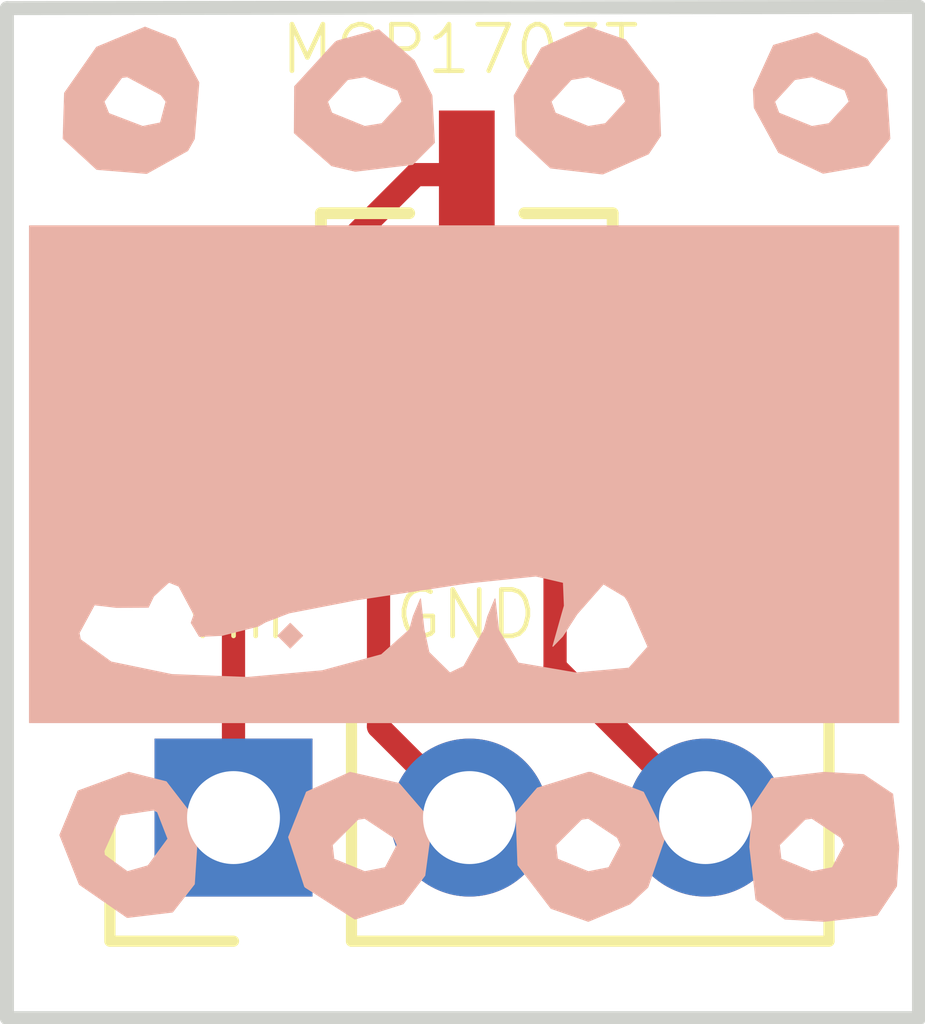
<source format=kicad_pcb>
(kicad_pcb (version 20171130) (host pcbnew "(5.1.8)-1")

  (general
    (thickness 1.6)
    (drawings 7)
    (tracks 7)
    (zones 0)
    (modules 3)
    (nets 4)
  )

  (page A4)
  (layers
    (0 F.Cu signal)
    (31 B.Cu signal)
    (32 B.Adhes user)
    (33 F.Adhes user)
    (34 B.Paste user)
    (35 F.Paste user)
    (36 B.SilkS user)
    (37 F.SilkS user)
    (38 B.Mask user)
    (39 F.Mask user)
    (40 Dwgs.User user)
    (41 Cmts.User user)
    (42 Eco1.User user)
    (43 Eco2.User user)
    (44 Edge.Cuts user)
    (45 Margin user)
    (46 B.CrtYd user)
    (47 F.CrtYd user)
    (48 B.Fab user)
    (49 F.Fab user)
  )

  (setup
    (last_trace_width 0.25)
    (trace_clearance 0.2)
    (zone_clearance 0.508)
    (zone_45_only no)
    (trace_min 0.2)
    (via_size 0.8)
    (via_drill 0.4)
    (via_min_size 0.4)
    (via_min_drill 0.3)
    (uvia_size 0.3)
    (uvia_drill 0.1)
    (uvias_allowed no)
    (uvia_min_size 0.2)
    (uvia_min_drill 0.1)
    (edge_width 0.05)
    (segment_width 0.2)
    (pcb_text_width 0.3)
    (pcb_text_size 1.5 1.5)
    (mod_edge_width 0.12)
    (mod_text_size 1 1)
    (mod_text_width 0.15)
    (pad_size 1.524 1.524)
    (pad_drill 0.762)
    (pad_to_mask_clearance 0)
    (aux_axis_origin 0 0)
    (visible_elements 7FFFFFFF)
    (pcbplotparams
      (layerselection 0x010fc_ffffffff)
      (usegerberextensions false)
      (usegerberattributes true)
      (usegerberadvancedattributes true)
      (creategerberjobfile true)
      (excludeedgelayer true)
      (linewidth 0.100000)
      (plotframeref false)
      (viasonmask false)
      (mode 1)
      (useauxorigin false)
      (hpglpennumber 1)
      (hpglpenspeed 20)
      (hpglpendiameter 15.000000)
      (psnegative false)
      (psa4output false)
      (plotreference true)
      (plotvalue true)
      (plotinvisibletext false)
      (padsonsilk false)
      (subtractmaskfromsilk false)
      (outputformat 1)
      (mirror false)
      (drillshape 0)
      (scaleselection 1)
      (outputdirectory "../Gerber/"))
  )

  (net 0 "")
  (net 1 "Net-(J1-Pad1)")
  (net 2 GNDREF)
  (net 3 "Net-(J1-Pad3)")

  (net_class Default "This is the default net class."
    (clearance 0.2)
    (trace_width 0.25)
    (via_dia 0.8)
    (via_drill 0.4)
    (uvia_dia 0.3)
    (uvia_drill 0.1)
    (add_net GNDREF)
    (add_net "Net-(J1-Pad1)")
    (add_net "Net-(J1-Pad3)")
  )

  (module "ATTNo.DE - Logo:Logo_druck" (layer B.Cu) (tedit 0) (tstamp 5FCD9065)
    (at 148.8694 103.3272 180)
    (fp_text reference G*** (at 0 0) (layer B.SilkS) hide
      (effects (font (size 1.524 1.524) (thickness 0.3)) (justify mirror))
    )
    (fp_text value LOGO (at 0.75 0) (layer B.SilkS) hide
      (effects (font (size 1.524 1.524) (thickness 0.3)) (justify mirror))
    )
    (fp_poly (pts (xy -3.175028 -3.274671) (xy -2.965626 -3.587178) (xy -2.941053 -4.010526) (xy -3.007304 -4.578657)
      (xy -3.319811 -4.788059) (xy -3.743158 -4.812632) (xy -4.311289 -4.746381) (xy -4.520691 -4.433874)
      (xy -4.545264 -4.010526) (xy -4.542926 -3.990474) (xy -3.959281 -3.990474) (xy -3.830217 -4.234271)
      (xy -3.609474 -4.277895) (xy -3.276715 -4.142232) (xy -3.259667 -3.990474) (xy -3.535693 -3.714239)
      (xy -3.609474 -3.703053) (xy -3.922973 -3.911204) (xy -3.959281 -3.990474) (xy -4.542926 -3.990474)
      (xy -4.479013 -3.442395) (xy -4.166506 -3.232994) (xy -3.743158 -3.208421) (xy -3.175028 -3.274671)) (layer B.SilkS) (width 0.01))
    (fp_poly (pts (xy -0.654718 -3.377959) (xy -0.425046 -3.643362) (xy -0.445336 -4.206313) (xy -0.802298 -4.673505)
      (xy -1.203158 -4.812632) (xy -1.650245 -4.625796) (xy -1.843455 -4.445467) (xy -1.999823 -3.990474)
      (xy -1.552965 -3.990474) (xy -1.423901 -4.234271) (xy -1.203158 -4.277895) (xy -0.870399 -4.142232)
      (xy -0.853351 -3.990474) (xy -1.129378 -3.714239) (xy -1.203158 -3.703053) (xy -1.516657 -3.911204)
      (xy -1.552965 -3.990474) (xy -1.999823 -3.990474) (xy -2.031887 -3.897179) (xy -1.795855 -3.42208)
      (xy -1.233012 -3.208837) (xy -1.203158 -3.208421) (xy -0.654718 -3.377959)) (layer B.SilkS) (width 0.01))
    (fp_poly (pts (xy 1.830489 -3.420844) (xy 2.023085 -3.906185) (xy 1.850749 -4.436547) (xy 1.843454 -4.445467)
      (xy 1.308609 -4.788602) (xy 0.789363 -4.623462) (xy 0.556657 -4.318854) (xy 0.512481 -3.990474)
      (xy 0.85335 -3.990474) (xy 0.982414 -4.234271) (xy 1.203157 -4.277895) (xy 1.535916 -4.142232)
      (xy 1.552964 -3.990474) (xy 1.276938 -3.714239) (xy 1.203157 -3.703053) (xy 0.889659 -3.911204)
      (xy 0.85335 -3.990474) (xy 0.512481 -3.990474) (xy 0.479001 -3.74161) (xy 0.834794 -3.328056)
      (xy 1.36171 -3.208421) (xy 1.830489 -3.420844)) (layer B.SilkS) (width 0.01))
    (fp_poly (pts (xy 4.289104 -3.40888) (xy 4.485854 -3.883973) (xy 4.275068 -4.414984) (xy 3.760298 -4.770967)
      (xy 3.272011 -4.712338) (xy 3.03774 -4.411579) (xy 3.005955 -3.923658) (xy 3.321753 -3.923658)
      (xy 3.535729 -4.214069) (xy 3.758937 -4.277895) (xy 4.005698 -4.098505) (xy 4.010526 -4.055088)
      (xy 3.836112 -3.667614) (xy 3.47406 -3.613807) (xy 3.434135 -3.635217) (xy 3.321753 -3.923658)
      (xy 3.005955 -3.923658) (xy 2.995131 -3.757507) (xy 3.340792 -3.309889) (xy 3.743157 -3.208421)
      (xy 4.289104 -3.40888)) (layer B.SilkS) (width 0.01))
    (fp_poly (pts (xy 4.812631 -2.673684) (xy -4.545264 -2.673684) (xy -4.545264 -1.85671) (xy -1.84514 -1.85671)
      (xy -1.640977 -2.086836) (xy -1.069474 -2.138947) (xy -0.449193 -2.032284) (xy -0.236914 -1.678869)
      (xy -0.236354 -1.671053) (xy -0.199008 -1.341536) (xy -0.120086 -1.531401) (xy -0.083065 -1.671053)
      (xy 0.137174 -2.067551) (xy 0.286972 -2.138947) (xy 0.512231 -1.91694) (xy 0.565751 -1.671053)
      (xy 0.603097 -1.341536) (xy 0.682019 -1.531401) (xy 0.71904 -1.671053) (xy 1.023883 -1.942669)
      (xy 1.661629 -2.1152) (xy 2.468428 -2.186887) (xy 3.280431 -2.155969) (xy 3.933785 -2.020685)
      (xy 4.264641 -1.779275) (xy 4.277894 -1.709289) (xy 4.113499 -1.405706) (xy 3.876842 -1.43353)
      (xy 3.532945 -1.431665) (xy 3.475789 -1.312671) (xy 3.31091 -1.162077) (xy 3.204059 -1.205853)
      (xy 3.040408 -1.51151) (xy 3.071649 -1.599214) (xy 2.983308 -1.745726) (xy 2.741799 -1.73488)
      (xy 2.344973 -1.633411) (xy 2.272631 -1.590545) (xy 2.017938 -1.492766) (xy 1.298922 -1.353099)
      (xy 0.183184 -1.184476) (xy 0.064366 -1.16815) (xy -0.638136 -1.095906) (xy -0.934809 -1.164674)
      (xy -0.945218 -1.415944) (xy -0.918078 -1.509049) (xy -0.821817 -1.851758) (xy -0.926927 -1.742986)
      (xy -1.080524 -1.50529) (xy -1.365887 -1.180679) (xy -1.595147 -1.317081) (xy -1.631354 -1.371606)
      (xy -1.84514 -1.85671) (xy -4.545264 -1.85671) (xy -4.545264 2.673684) (xy 4.812631 2.673684)
      (xy 4.812631 -2.673684)) (layer B.SilkS) (width 0.01))
    (fp_poly (pts (xy -3.196971 4.616923) (xy -2.979926 4.140395) (xy -2.989143 3.94488) (xy -3.252289 3.462408)
      (xy -3.731266 3.239198) (xy -4.214277 3.323615) (xy -4.449336 3.611454) (xy -4.423182 4.010526)
      (xy -4.010527 4.010526) (xy -3.79397 3.773323) (xy -3.609474 3.743158) (xy -3.253669 3.887529)
      (xy -3.208422 4.010526) (xy -3.424979 4.24773) (xy -3.609474 4.277895) (xy -3.96528 4.133524)
      (xy -4.010527 4.010526) (xy -4.423182 4.010526) (xy -4.414565 4.142002) (xy -4.201504 4.468872)
      (xy -3.662664 4.7517) (xy -3.196971 4.616923)) (layer B.SilkS) (width 0.01))
    (fp_poly (pts (xy -0.698937 4.587399) (xy -0.404882 4.076307) (xy -0.425046 3.643362) (xy -0.795864 3.295983)
      (xy -1.358492 3.230802) (xy -1.850527 3.44782) (xy -1.981271 3.643362) (xy -1.968038 4.010526)
      (xy -1.604211 4.010526) (xy -1.387654 3.773323) (xy -1.203158 3.743158) (xy -0.847353 3.887529)
      (xy -0.802106 4.010526) (xy -1.018663 4.24773) (xy -1.203158 4.277895) (xy -1.558964 4.133524)
      (xy -1.604211 4.010526) (xy -1.968038 4.010526) (xy -1.960981 4.206313) (xy -1.604019 4.673505)
      (xy -1.203158 4.812632) (xy -0.698937 4.587399)) (layer B.SilkS) (width 0.01))
    (fp_poly (pts (xy 1.497215 4.664621) (xy 1.521708 4.649808) (xy 1.958071 4.173721) (xy 1.961382 3.672715)
      (xy 1.558773 3.320009) (xy 1.304155 3.2608) (xy 0.68795 3.334446) (xy 0.453572 3.569022)
      (xy 0.476776 4.010526) (xy 0.802105 4.010526) (xy 1.018662 3.773323) (xy 1.203157 3.743158)
      (xy 1.558963 3.887529) (xy 1.60421 4.010526) (xy 1.387653 4.24773) (xy 1.203157 4.277895)
      (xy 0.847352 4.133524) (xy 0.802105 4.010526) (xy 0.476776 4.010526) (xy 0.480169 4.075083)
      (xy 0.671125 4.452433) (xy 1.053407 4.785038) (xy 1.497215 4.664621)) (layer B.SilkS) (width 0.01))
    (fp_poly (pts (xy 4.089816 4.595979) (xy 4.434735 4.1028) (xy 4.449882 3.612879) (xy 4.088167 3.2809)
      (xy 3.55026 3.237404) (xy 3.109036 3.48305) (xy 3.03774 3.609474) (xy 3.005379 4.010526)
      (xy 3.342105 4.010526) (xy 3.402717 3.781632) (xy 3.593694 3.743158) (xy 3.959511 3.882751)
      (xy 4.010526 4.010526) (xy 3.818628 4.270242) (xy 3.758937 4.277895) (xy 3.39683 4.083545)
      (xy 3.342105 4.010526) (xy 3.005379 4.010526) (xy 2.988838 4.215517) (xy 3.2409 4.683255)
      (xy 3.568344 4.812632) (xy 4.089816 4.595979)) (layer B.SilkS) (width 0.01))
    (fp_poly (pts (xy 2.138947 -1.737895) (xy 2.005263 -1.871579) (xy 1.871578 -1.737895) (xy 2.005263 -1.60421)
      (xy 2.138947 -1.737895)) (layer B.SilkS) (width 0.01))
  )

  (module Connector_PinHeader_2.54mm:PinHeader_1x03_P2.54mm_Vertical (layer F.Cu) (tedit 59FED5CC) (tstamp 5FCD8CCD)
    (at 146.2532 107.0229 90)
    (descr "Through hole straight pin header, 1x03, 2.54mm pitch, single row")
    (tags "Through hole pin header THT 1x03 2.54mm single row")
    (path /5FCD3564)
    (fp_text reference J1 (at 0.0129 -1.9232 90) (layer F.SilkS) hide
      (effects (font (size 0.7 0.7) (thickness 0.07)))
    )
    (fp_text value Conn_01x03_Male (at 2.0729 6.8168 90) (layer F.Fab)
      (effects (font (size 0.5 0.5) (thickness 0.06)))
    )
    (fp_line (start 1.8 -1.8) (end -1.8 -1.8) (layer F.CrtYd) (width 0.05))
    (fp_line (start 1.8 6.85) (end 1.8 -1.8) (layer F.CrtYd) (width 0.05))
    (fp_line (start -1.8 6.85) (end 1.8 6.85) (layer F.CrtYd) (width 0.05))
    (fp_line (start -1.8 -1.8) (end -1.8 6.85) (layer F.CrtYd) (width 0.05))
    (fp_line (start -1.33 -1.33) (end 0 -1.33) (layer F.SilkS) (width 0.12))
    (fp_line (start -1.33 0) (end -1.33 -1.33) (layer F.SilkS) (width 0.12))
    (fp_line (start -1.33 1.27) (end 1.33 1.27) (layer F.SilkS) (width 0.12))
    (fp_line (start 1.33 1.27) (end 1.33 6.41) (layer F.SilkS) (width 0.12))
    (fp_line (start -1.33 1.27) (end -1.33 6.41) (layer F.SilkS) (width 0.12))
    (fp_line (start -1.33 6.41) (end 1.33 6.41) (layer F.SilkS) (width 0.12))
    (fp_line (start -1.27 -0.635) (end -0.635 -1.27) (layer F.Fab) (width 0.1))
    (fp_line (start -1.27 6.35) (end -1.27 -0.635) (layer F.Fab) (width 0.1))
    (fp_line (start 1.27 6.35) (end -1.27 6.35) (layer F.Fab) (width 0.1))
    (fp_line (start 1.27 -1.27) (end 1.27 6.35) (layer F.Fab) (width 0.1))
    (fp_line (start -0.635 -1.27) (end 1.27 -1.27) (layer F.Fab) (width 0.1))
    (fp_text user %R (at 0 2.54) (layer F.Fab)
      (effects (font (size 1 1) (thickness 0.15)))
    )
    (pad 1 thru_hole rect (at 0 0 90) (size 1.7 1.7) (drill 1) (layers *.Cu *.Mask)
      (net 1 "Net-(J1-Pad1)"))
    (pad 2 thru_hole oval (at 0 2.54 90) (size 1.7 1.7) (drill 1) (layers *.Cu *.Mask)
      (net 2 GNDREF))
    (pad 3 thru_hole oval (at 0 5.08 90) (size 1.7 1.7) (drill 1) (layers *.Cu *.Mask)
      (net 3 "Net-(J1-Pad3)"))
    (model ${KISYS3DMOD}/Connector_PinHeader_2.54mm.3dshapes/PinHeader_1x03_P2.54mm_Vertical.wrl
      (at (xyz 0 0 0))
      (scale (xyz 1 1 1))
      (rotate (xyz 0 0 0))
    )
  )

  (module SOT95P255X145-3N (layer F.Cu) (tedit 5FCB8903) (tstamp 5FCD8CE2)
    (at 148.764501 101.267601 90)
    (path /5FCD2DB7)
    (fp_text reference U1 (at 0.175 -2.635 90) (layer F.SilkS) hide
      (effects (font (size 1 1) (thickness 0.015)))
    )
    (fp_text value MCP1703T (at 2.512401 -0.072901) (layer F.SilkS)
      (effects (font (size 0.5 0.5) (thickness 0.05)))
    )
    (fp_circle (center -2.5 -1.2) (end -2.4 -1.2) (layer F.Fab) (width 0.2))
    (fp_circle (center -2.5 -1.2) (end -2.4 -1.2) (layer F.SilkS) (width 0.2))
    (fp_line (start -2.105 1.7) (end -2.105 -1.7) (layer F.CrtYd) (width 0.05))
    (fp_line (start 2.105 1.7) (end -2.105 1.7) (layer F.CrtYd) (width 0.05))
    (fp_line (start 2.105 -1.7) (end 2.105 1.7) (layer F.CrtYd) (width 0.05))
    (fp_line (start -2.105 -1.7) (end 2.105 -1.7) (layer F.CrtYd) (width 0.05))
    (fp_line (start 0.75 -1.57) (end -0.75 -1.57) (layer F.SilkS) (width 0.127))
    (fp_line (start 0.75 1.57) (end 0.75 0.62) (layer F.SilkS) (width 0.127))
    (fp_line (start -0.75 1.57) (end 0.75 1.57) (layer F.SilkS) (width 0.127))
    (fp_line (start 0.75 -0.62) (end 0.75 -1.57) (layer F.SilkS) (width 0.127))
    (fp_line (start 0.75 -1.45) (end -0.75 -1.45) (layer F.Fab) (width 0.127))
    (fp_line (start 0.75 1.45) (end 0.75 -1.45) (layer F.Fab) (width 0.127))
    (fp_line (start -0.75 1.45) (end 0.75 1.45) (layer F.Fab) (width 0.127))
    (fp_line (start -0.75 -1.45) (end -0.75 1.45) (layer F.Fab) (width 0.127))
    (pad 1 smd rect (at -1.165 -0.95 90) (size 1.38 0.6) (layers F.Cu F.Paste F.Mask)
      (net 2 GNDREF))
    (pad 2 smd rect (at -1.165 0.95 90) (size 1.38 0.6) (layers F.Cu F.Paste F.Mask)
      (net 3 "Net-(J1-Pad3)"))
    (pad 3 smd rect (at 1.165 0 90) (size 1.38 0.6) (layers F.Cu F.Paste F.Mask)
      (net 1 "Net-(J1-Pad1)"))
  )

  (gr_text Vout (at 151.3332 104.8385) (layer F.SilkS) (tstamp 5FCD8E3C)
    (effects (font (size 0.5 0.5) (thickness 0.05)))
  )
  (gr_text GND (at 148.7551 104.8385) (layer F.SilkS) (tstamp 5FCD8E37)
    (effects (font (size 0.5 0.5) (thickness 0.05)))
  )
  (gr_text Vin (at 146.2659 104.8385) (layer F.SilkS)
    (effects (font (size 0.5 0.5) (thickness 0.05)))
  )
  (gr_line (start 153.6319 98.298) (end 143.8148 98.3107) (layer Edge.Cuts) (width 0.15))
  (gr_line (start 153.6319 109.1819) (end 153.6319 98.298) (layer Edge.Cuts) (width 0.15))
  (gr_line (start 143.8148 109.1819) (end 153.6319 109.1819) (layer Edge.Cuts) (width 0.15))
  (gr_line (start 143.8148 98.3107) (end 143.8148 109.1819) (layer Edge.Cuts) (width 0.15))

  (segment (start 148.214501 100.102601) (end 148.764501 100.102601) (width 0.25) (layer F.Cu) (net 1))
  (segment (start 146.2532 102.063902) (end 148.214501 100.102601) (width 0.25) (layer F.Cu) (net 1))
  (segment (start 146.2532 107.0229) (end 146.2532 102.063902) (width 0.25) (layer F.Cu) (net 1))
  (segment (start 147.814501 106.044201) (end 148.7932 107.0229) (width 0.25) (layer F.Cu) (net 2))
  (segment (start 147.814501 102.432601) (end 147.814501 106.044201) (width 0.25) (layer F.Cu) (net 2))
  (segment (start 149.714501 105.404201) (end 151.3332 107.0229) (width 0.25) (layer F.Cu) (net 3))
  (segment (start 149.714501 102.432601) (end 149.714501 105.404201) (width 0.25) (layer F.Cu) (net 3))

)

</source>
